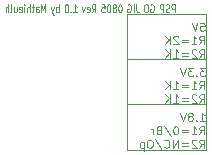
<source format=gbr>
%TF.GenerationSoftware,KiCad,Pcbnew,(7.0.0)*%
%TF.CreationDate,2023-08-25T12:54:02+02:00*%
%TF.ProjectId,PSP GO JIG_0805_Nano,50535020-474f-4204-9a49-475f30383035,rev?*%
%TF.SameCoordinates,Original*%
%TF.FileFunction,Legend,Bot*%
%TF.FilePolarity,Positive*%
%FSLAX46Y46*%
G04 Gerber Fmt 4.6, Leading zero omitted, Abs format (unit mm)*
G04 Created by KiCad (PCBNEW (7.0.0)) date 2023-08-25 12:54:02*
%MOMM*%
%LPD*%
G01*
G04 APERTURE LIST*
%ADD10C,0.125000*%
%ADD11C,0.100000*%
G04 APERTURE END LIST*
D10*
X75666666Y-41409666D02*
X76066666Y-41409666D01*
X75866666Y-41409666D02*
X75866666Y-40709666D01*
X75866666Y-40709666D02*
X75933333Y-40809666D01*
X75933333Y-40809666D02*
X76000000Y-40876333D01*
X76000000Y-40876333D02*
X76066666Y-40909666D01*
X75366666Y-41343000D02*
X75333333Y-41376333D01*
X75333333Y-41376333D02*
X75366666Y-41409666D01*
X75366666Y-41409666D02*
X75399999Y-41376333D01*
X75399999Y-41376333D02*
X75366666Y-41343000D01*
X75366666Y-41343000D02*
X75366666Y-41409666D01*
X74933333Y-41009666D02*
X75000000Y-40976333D01*
X75000000Y-40976333D02*
X75033333Y-40943000D01*
X75033333Y-40943000D02*
X75066666Y-40876333D01*
X75066666Y-40876333D02*
X75066666Y-40843000D01*
X75066666Y-40843000D02*
X75033333Y-40776333D01*
X75033333Y-40776333D02*
X75000000Y-40743000D01*
X75000000Y-40743000D02*
X74933333Y-40709666D01*
X74933333Y-40709666D02*
X74800000Y-40709666D01*
X74800000Y-40709666D02*
X74733333Y-40743000D01*
X74733333Y-40743000D02*
X74700000Y-40776333D01*
X74700000Y-40776333D02*
X74666666Y-40843000D01*
X74666666Y-40843000D02*
X74666666Y-40876333D01*
X74666666Y-40876333D02*
X74700000Y-40943000D01*
X74700000Y-40943000D02*
X74733333Y-40976333D01*
X74733333Y-40976333D02*
X74800000Y-41009666D01*
X74800000Y-41009666D02*
X74933333Y-41009666D01*
X74933333Y-41009666D02*
X75000000Y-41043000D01*
X75000000Y-41043000D02*
X75033333Y-41076333D01*
X75033333Y-41076333D02*
X75066666Y-41143000D01*
X75066666Y-41143000D02*
X75066666Y-41276333D01*
X75066666Y-41276333D02*
X75033333Y-41343000D01*
X75033333Y-41343000D02*
X75000000Y-41376333D01*
X75000000Y-41376333D02*
X74933333Y-41409666D01*
X74933333Y-41409666D02*
X74800000Y-41409666D01*
X74800000Y-41409666D02*
X74733333Y-41376333D01*
X74733333Y-41376333D02*
X74700000Y-41343000D01*
X74700000Y-41343000D02*
X74666666Y-41276333D01*
X74666666Y-41276333D02*
X74666666Y-41143000D01*
X74666666Y-41143000D02*
X74700000Y-41076333D01*
X74700000Y-41076333D02*
X74733333Y-41043000D01*
X74733333Y-41043000D02*
X74800000Y-41009666D01*
X74466666Y-40709666D02*
X74233333Y-41409666D01*
X74233333Y-41409666D02*
X73999999Y-40709666D01*
X75633333Y-42543666D02*
X75866666Y-42210333D01*
X76033333Y-42543666D02*
X76033333Y-41843666D01*
X76033333Y-41843666D02*
X75766666Y-41843666D01*
X75766666Y-41843666D02*
X75700000Y-41877000D01*
X75700000Y-41877000D02*
X75666666Y-41910333D01*
X75666666Y-41910333D02*
X75633333Y-41977000D01*
X75633333Y-41977000D02*
X75633333Y-42077000D01*
X75633333Y-42077000D02*
X75666666Y-42143666D01*
X75666666Y-42143666D02*
X75700000Y-42177000D01*
X75700000Y-42177000D02*
X75766666Y-42210333D01*
X75766666Y-42210333D02*
X76033333Y-42210333D01*
X74966666Y-42543666D02*
X75366666Y-42543666D01*
X75166666Y-42543666D02*
X75166666Y-41843666D01*
X75166666Y-41843666D02*
X75233333Y-41943666D01*
X75233333Y-41943666D02*
X75300000Y-42010333D01*
X75300000Y-42010333D02*
X75366666Y-42043666D01*
X74666666Y-42177000D02*
X74133333Y-42177000D01*
X74133333Y-42377000D02*
X74666666Y-42377000D01*
X73666666Y-41843666D02*
X73599999Y-41843666D01*
X73599999Y-41843666D02*
X73533332Y-41877000D01*
X73533332Y-41877000D02*
X73499999Y-41910333D01*
X73499999Y-41910333D02*
X73466666Y-41977000D01*
X73466666Y-41977000D02*
X73433332Y-42110333D01*
X73433332Y-42110333D02*
X73433332Y-42277000D01*
X73433332Y-42277000D02*
X73466666Y-42410333D01*
X73466666Y-42410333D02*
X73499999Y-42477000D01*
X73499999Y-42477000D02*
X73533332Y-42510333D01*
X73533332Y-42510333D02*
X73599999Y-42543666D01*
X73599999Y-42543666D02*
X73666666Y-42543666D01*
X73666666Y-42543666D02*
X73733332Y-42510333D01*
X73733332Y-42510333D02*
X73766666Y-42477000D01*
X73766666Y-42477000D02*
X73799999Y-42410333D01*
X73799999Y-42410333D02*
X73833332Y-42277000D01*
X73833332Y-42277000D02*
X73833332Y-42110333D01*
X73833332Y-42110333D02*
X73799999Y-41977000D01*
X73799999Y-41977000D02*
X73766666Y-41910333D01*
X73766666Y-41910333D02*
X73733332Y-41877000D01*
X73733332Y-41877000D02*
X73666666Y-41843666D01*
X72633332Y-41810333D02*
X73233332Y-42710333D01*
X72166666Y-42177000D02*
X72066666Y-42210333D01*
X72066666Y-42210333D02*
X72033332Y-42243666D01*
X72033332Y-42243666D02*
X71999999Y-42310333D01*
X71999999Y-42310333D02*
X71999999Y-42410333D01*
X71999999Y-42410333D02*
X72033332Y-42477000D01*
X72033332Y-42477000D02*
X72066666Y-42510333D01*
X72066666Y-42510333D02*
X72133332Y-42543666D01*
X72133332Y-42543666D02*
X72399999Y-42543666D01*
X72399999Y-42543666D02*
X72399999Y-41843666D01*
X72399999Y-41843666D02*
X72166666Y-41843666D01*
X72166666Y-41843666D02*
X72099999Y-41877000D01*
X72099999Y-41877000D02*
X72066666Y-41910333D01*
X72066666Y-41910333D02*
X72033332Y-41977000D01*
X72033332Y-41977000D02*
X72033332Y-42043666D01*
X72033332Y-42043666D02*
X72066666Y-42110333D01*
X72066666Y-42110333D02*
X72099999Y-42143666D01*
X72099999Y-42143666D02*
X72166666Y-42177000D01*
X72166666Y-42177000D02*
X72399999Y-42177000D01*
X71699999Y-42543666D02*
X71699999Y-42077000D01*
X71699999Y-42210333D02*
X71666666Y-42143666D01*
X71666666Y-42143666D02*
X71633332Y-42110333D01*
X71633332Y-42110333D02*
X71566666Y-42077000D01*
X71566666Y-42077000D02*
X71499999Y-42077000D01*
X75633333Y-43677666D02*
X75866666Y-43344333D01*
X76033333Y-43677666D02*
X76033333Y-42977666D01*
X76033333Y-42977666D02*
X75766666Y-42977666D01*
X75766666Y-42977666D02*
X75700000Y-43011000D01*
X75700000Y-43011000D02*
X75666666Y-43044333D01*
X75666666Y-43044333D02*
X75633333Y-43111000D01*
X75633333Y-43111000D02*
X75633333Y-43211000D01*
X75633333Y-43211000D02*
X75666666Y-43277666D01*
X75666666Y-43277666D02*
X75700000Y-43311000D01*
X75700000Y-43311000D02*
X75766666Y-43344333D01*
X75766666Y-43344333D02*
X76033333Y-43344333D01*
X75366666Y-43044333D02*
X75333333Y-43011000D01*
X75333333Y-43011000D02*
X75266666Y-42977666D01*
X75266666Y-42977666D02*
X75100000Y-42977666D01*
X75100000Y-42977666D02*
X75033333Y-43011000D01*
X75033333Y-43011000D02*
X75000000Y-43044333D01*
X75000000Y-43044333D02*
X74966666Y-43111000D01*
X74966666Y-43111000D02*
X74966666Y-43177666D01*
X74966666Y-43177666D02*
X75000000Y-43277666D01*
X75000000Y-43277666D02*
X75400000Y-43677666D01*
X75400000Y-43677666D02*
X74966666Y-43677666D01*
X74666666Y-43311000D02*
X74133333Y-43311000D01*
X74133333Y-43511000D02*
X74666666Y-43511000D01*
X73799999Y-43677666D02*
X73799999Y-42977666D01*
X73799999Y-42977666D02*
X73399999Y-43677666D01*
X73399999Y-43677666D02*
X73399999Y-42977666D01*
X72666666Y-43611000D02*
X72699999Y-43644333D01*
X72699999Y-43644333D02*
X72799999Y-43677666D01*
X72799999Y-43677666D02*
X72866666Y-43677666D01*
X72866666Y-43677666D02*
X72966666Y-43644333D01*
X72966666Y-43644333D02*
X73033333Y-43577666D01*
X73033333Y-43577666D02*
X73066666Y-43511000D01*
X73066666Y-43511000D02*
X73099999Y-43377666D01*
X73099999Y-43377666D02*
X73099999Y-43277666D01*
X73099999Y-43277666D02*
X73066666Y-43144333D01*
X73066666Y-43144333D02*
X73033333Y-43077666D01*
X73033333Y-43077666D02*
X72966666Y-43011000D01*
X72966666Y-43011000D02*
X72866666Y-42977666D01*
X72866666Y-42977666D02*
X72799999Y-42977666D01*
X72799999Y-42977666D02*
X72699999Y-43011000D01*
X72699999Y-43011000D02*
X72666666Y-43044333D01*
X71866666Y-42944333D02*
X72466666Y-43844333D01*
X71500000Y-42977666D02*
X71366666Y-42977666D01*
X71366666Y-42977666D02*
X71300000Y-43011000D01*
X71300000Y-43011000D02*
X71233333Y-43077666D01*
X71233333Y-43077666D02*
X71200000Y-43211000D01*
X71200000Y-43211000D02*
X71200000Y-43444333D01*
X71200000Y-43444333D02*
X71233333Y-43577666D01*
X71233333Y-43577666D02*
X71300000Y-43644333D01*
X71300000Y-43644333D02*
X71366666Y-43677666D01*
X71366666Y-43677666D02*
X71500000Y-43677666D01*
X71500000Y-43677666D02*
X71566666Y-43644333D01*
X71566666Y-43644333D02*
X71633333Y-43577666D01*
X71633333Y-43577666D02*
X71666666Y-43444333D01*
X71666666Y-43444333D02*
X71666666Y-43211000D01*
X71666666Y-43211000D02*
X71633333Y-43077666D01*
X71633333Y-43077666D02*
X71566666Y-43011000D01*
X71566666Y-43011000D02*
X71500000Y-42977666D01*
X70900000Y-43211000D02*
X70900000Y-43911000D01*
X70900000Y-43244333D02*
X70833333Y-43211000D01*
X70833333Y-43211000D02*
X70700000Y-43211000D01*
X70700000Y-43211000D02*
X70633333Y-43244333D01*
X70633333Y-43244333D02*
X70600000Y-43277666D01*
X70600000Y-43277666D02*
X70566667Y-43344333D01*
X70566667Y-43344333D02*
X70566667Y-43544333D01*
X70566667Y-43544333D02*
X70600000Y-43611000D01*
X70600000Y-43611000D02*
X70633333Y-43644333D01*
X70633333Y-43644333D02*
X70700000Y-43677666D01*
X70700000Y-43677666D02*
X70833333Y-43677666D01*
X70833333Y-43677666D02*
X70900000Y-43644333D01*
X76100000Y-36889666D02*
X75666666Y-36889666D01*
X75666666Y-36889666D02*
X75900000Y-37156333D01*
X75900000Y-37156333D02*
X75800000Y-37156333D01*
X75800000Y-37156333D02*
X75733333Y-37189666D01*
X75733333Y-37189666D02*
X75700000Y-37223000D01*
X75700000Y-37223000D02*
X75666666Y-37289666D01*
X75666666Y-37289666D02*
X75666666Y-37456333D01*
X75666666Y-37456333D02*
X75700000Y-37523000D01*
X75700000Y-37523000D02*
X75733333Y-37556333D01*
X75733333Y-37556333D02*
X75800000Y-37589666D01*
X75800000Y-37589666D02*
X76000000Y-37589666D01*
X76000000Y-37589666D02*
X76066666Y-37556333D01*
X76066666Y-37556333D02*
X76100000Y-37523000D01*
X75366666Y-37523000D02*
X75333333Y-37556333D01*
X75333333Y-37556333D02*
X75366666Y-37589666D01*
X75366666Y-37589666D02*
X75399999Y-37556333D01*
X75399999Y-37556333D02*
X75366666Y-37523000D01*
X75366666Y-37523000D02*
X75366666Y-37589666D01*
X75100000Y-36889666D02*
X74666666Y-36889666D01*
X74666666Y-36889666D02*
X74900000Y-37156333D01*
X74900000Y-37156333D02*
X74800000Y-37156333D01*
X74800000Y-37156333D02*
X74733333Y-37189666D01*
X74733333Y-37189666D02*
X74700000Y-37223000D01*
X74700000Y-37223000D02*
X74666666Y-37289666D01*
X74666666Y-37289666D02*
X74666666Y-37456333D01*
X74666666Y-37456333D02*
X74700000Y-37523000D01*
X74700000Y-37523000D02*
X74733333Y-37556333D01*
X74733333Y-37556333D02*
X74800000Y-37589666D01*
X74800000Y-37589666D02*
X75000000Y-37589666D01*
X75000000Y-37589666D02*
X75066666Y-37556333D01*
X75066666Y-37556333D02*
X75100000Y-37523000D01*
X74466666Y-36889666D02*
X74233333Y-37589666D01*
X74233333Y-37589666D02*
X73999999Y-36889666D01*
X75633333Y-38723666D02*
X75866666Y-38390333D01*
X76033333Y-38723666D02*
X76033333Y-38023666D01*
X76033333Y-38023666D02*
X75766666Y-38023666D01*
X75766666Y-38023666D02*
X75700000Y-38057000D01*
X75700000Y-38057000D02*
X75666666Y-38090333D01*
X75666666Y-38090333D02*
X75633333Y-38157000D01*
X75633333Y-38157000D02*
X75633333Y-38257000D01*
X75633333Y-38257000D02*
X75666666Y-38323666D01*
X75666666Y-38323666D02*
X75700000Y-38357000D01*
X75700000Y-38357000D02*
X75766666Y-38390333D01*
X75766666Y-38390333D02*
X76033333Y-38390333D01*
X74966666Y-38723666D02*
X75366666Y-38723666D01*
X75166666Y-38723666D02*
X75166666Y-38023666D01*
X75166666Y-38023666D02*
X75233333Y-38123666D01*
X75233333Y-38123666D02*
X75300000Y-38190333D01*
X75300000Y-38190333D02*
X75366666Y-38223666D01*
X74666666Y-38357000D02*
X74133333Y-38357000D01*
X74133333Y-38557000D02*
X74666666Y-38557000D01*
X73433332Y-38723666D02*
X73833332Y-38723666D01*
X73633332Y-38723666D02*
X73633332Y-38023666D01*
X73633332Y-38023666D02*
X73699999Y-38123666D01*
X73699999Y-38123666D02*
X73766666Y-38190333D01*
X73766666Y-38190333D02*
X73833332Y-38223666D01*
X73133332Y-38723666D02*
X73133332Y-38023666D01*
X72733332Y-38723666D02*
X73033332Y-38323666D01*
X72733332Y-38023666D02*
X73133332Y-38423666D01*
X75633333Y-39857666D02*
X75866666Y-39524333D01*
X76033333Y-39857666D02*
X76033333Y-39157666D01*
X76033333Y-39157666D02*
X75766666Y-39157666D01*
X75766666Y-39157666D02*
X75700000Y-39191000D01*
X75700000Y-39191000D02*
X75666666Y-39224333D01*
X75666666Y-39224333D02*
X75633333Y-39291000D01*
X75633333Y-39291000D02*
X75633333Y-39391000D01*
X75633333Y-39391000D02*
X75666666Y-39457666D01*
X75666666Y-39457666D02*
X75700000Y-39491000D01*
X75700000Y-39491000D02*
X75766666Y-39524333D01*
X75766666Y-39524333D02*
X76033333Y-39524333D01*
X75366666Y-39224333D02*
X75333333Y-39191000D01*
X75333333Y-39191000D02*
X75266666Y-39157666D01*
X75266666Y-39157666D02*
X75100000Y-39157666D01*
X75100000Y-39157666D02*
X75033333Y-39191000D01*
X75033333Y-39191000D02*
X75000000Y-39224333D01*
X75000000Y-39224333D02*
X74966666Y-39291000D01*
X74966666Y-39291000D02*
X74966666Y-39357666D01*
X74966666Y-39357666D02*
X75000000Y-39457666D01*
X75000000Y-39457666D02*
X75400000Y-39857666D01*
X75400000Y-39857666D02*
X74966666Y-39857666D01*
X74666666Y-39491000D02*
X74133333Y-39491000D01*
X74133333Y-39691000D02*
X74666666Y-39691000D01*
X73433332Y-39857666D02*
X73833332Y-39857666D01*
X73633332Y-39857666D02*
X73633332Y-39157666D01*
X73633332Y-39157666D02*
X73699999Y-39257666D01*
X73699999Y-39257666D02*
X73766666Y-39324333D01*
X73766666Y-39324333D02*
X73833332Y-39357666D01*
X73133332Y-39857666D02*
X73133332Y-39157666D01*
X72733332Y-39857666D02*
X73033332Y-39457666D01*
X72733332Y-39157666D02*
X73133332Y-39557666D01*
D11*
X69460000Y-40010000D02*
X76200000Y-40010000D01*
X76200000Y-40010000D02*
X76200000Y-43830000D01*
X76200000Y-43830000D02*
X69460000Y-43830000D01*
X69460000Y-43830000D02*
X69460000Y-40010000D01*
X69460000Y-36190000D02*
X76200000Y-36190000D01*
X76200000Y-36190000D02*
X76200000Y-40010000D01*
X76200000Y-40010000D02*
X69460000Y-40010000D01*
X69460000Y-40010000D02*
X69460000Y-36190000D01*
X69460000Y-32370000D02*
X76200000Y-32370000D01*
X76200000Y-32370000D02*
X76200000Y-36190000D01*
X76200000Y-36190000D02*
X69460000Y-36190000D01*
X69460000Y-36190000D02*
X69460000Y-32370000D01*
D10*
X75700000Y-33069666D02*
X76033333Y-33069666D01*
X76033333Y-33069666D02*
X76066666Y-33403000D01*
X76066666Y-33403000D02*
X76033333Y-33369666D01*
X76033333Y-33369666D02*
X75966666Y-33336333D01*
X75966666Y-33336333D02*
X75800000Y-33336333D01*
X75800000Y-33336333D02*
X75733333Y-33369666D01*
X75733333Y-33369666D02*
X75700000Y-33403000D01*
X75700000Y-33403000D02*
X75666666Y-33469666D01*
X75666666Y-33469666D02*
X75666666Y-33636333D01*
X75666666Y-33636333D02*
X75700000Y-33703000D01*
X75700000Y-33703000D02*
X75733333Y-33736333D01*
X75733333Y-33736333D02*
X75800000Y-33769666D01*
X75800000Y-33769666D02*
X75966666Y-33769666D01*
X75966666Y-33769666D02*
X76033333Y-33736333D01*
X76033333Y-33736333D02*
X76066666Y-33703000D01*
X75466666Y-33069666D02*
X75233333Y-33769666D01*
X75233333Y-33769666D02*
X74999999Y-33069666D01*
X75633333Y-34903666D02*
X75866666Y-34570333D01*
X76033333Y-34903666D02*
X76033333Y-34203666D01*
X76033333Y-34203666D02*
X75766666Y-34203666D01*
X75766666Y-34203666D02*
X75700000Y-34237000D01*
X75700000Y-34237000D02*
X75666666Y-34270333D01*
X75666666Y-34270333D02*
X75633333Y-34337000D01*
X75633333Y-34337000D02*
X75633333Y-34437000D01*
X75633333Y-34437000D02*
X75666666Y-34503666D01*
X75666666Y-34503666D02*
X75700000Y-34537000D01*
X75700000Y-34537000D02*
X75766666Y-34570333D01*
X75766666Y-34570333D02*
X76033333Y-34570333D01*
X74966666Y-34903666D02*
X75366666Y-34903666D01*
X75166666Y-34903666D02*
X75166666Y-34203666D01*
X75166666Y-34203666D02*
X75233333Y-34303666D01*
X75233333Y-34303666D02*
X75300000Y-34370333D01*
X75300000Y-34370333D02*
X75366666Y-34403666D01*
X74666666Y-34537000D02*
X74133333Y-34537000D01*
X74133333Y-34737000D02*
X74666666Y-34737000D01*
X73833332Y-34270333D02*
X73799999Y-34237000D01*
X73799999Y-34237000D02*
X73733332Y-34203666D01*
X73733332Y-34203666D02*
X73566666Y-34203666D01*
X73566666Y-34203666D02*
X73499999Y-34237000D01*
X73499999Y-34237000D02*
X73466666Y-34270333D01*
X73466666Y-34270333D02*
X73433332Y-34337000D01*
X73433332Y-34337000D02*
X73433332Y-34403666D01*
X73433332Y-34403666D02*
X73466666Y-34503666D01*
X73466666Y-34503666D02*
X73866666Y-34903666D01*
X73866666Y-34903666D02*
X73433332Y-34903666D01*
X73133332Y-34903666D02*
X73133332Y-34203666D01*
X72733332Y-34903666D02*
X73033332Y-34503666D01*
X72733332Y-34203666D02*
X73133332Y-34603666D01*
X75633333Y-36037666D02*
X75866666Y-35704333D01*
X76033333Y-36037666D02*
X76033333Y-35337666D01*
X76033333Y-35337666D02*
X75766666Y-35337666D01*
X75766666Y-35337666D02*
X75700000Y-35371000D01*
X75700000Y-35371000D02*
X75666666Y-35404333D01*
X75666666Y-35404333D02*
X75633333Y-35471000D01*
X75633333Y-35471000D02*
X75633333Y-35571000D01*
X75633333Y-35571000D02*
X75666666Y-35637666D01*
X75666666Y-35637666D02*
X75700000Y-35671000D01*
X75700000Y-35671000D02*
X75766666Y-35704333D01*
X75766666Y-35704333D02*
X76033333Y-35704333D01*
X75366666Y-35404333D02*
X75333333Y-35371000D01*
X75333333Y-35371000D02*
X75266666Y-35337666D01*
X75266666Y-35337666D02*
X75100000Y-35337666D01*
X75100000Y-35337666D02*
X75033333Y-35371000D01*
X75033333Y-35371000D02*
X75000000Y-35404333D01*
X75000000Y-35404333D02*
X74966666Y-35471000D01*
X74966666Y-35471000D02*
X74966666Y-35537666D01*
X74966666Y-35537666D02*
X75000000Y-35637666D01*
X75000000Y-35637666D02*
X75400000Y-36037666D01*
X75400000Y-36037666D02*
X74966666Y-36037666D01*
X74666666Y-35671000D02*
X74133333Y-35671000D01*
X74133333Y-35871000D02*
X74666666Y-35871000D01*
X73433332Y-36037666D02*
X73833332Y-36037666D01*
X73633332Y-36037666D02*
X73633332Y-35337666D01*
X73633332Y-35337666D02*
X73699999Y-35437666D01*
X73699999Y-35437666D02*
X73766666Y-35504333D01*
X73766666Y-35504333D02*
X73833332Y-35537666D01*
X73133332Y-36037666D02*
X73133332Y-35337666D01*
X72733332Y-36037666D02*
X73033332Y-35637666D01*
X72733332Y-35337666D02*
X73133332Y-35737666D01*
D11*
X73540952Y-32217666D02*
X73540952Y-31517666D01*
X73540952Y-31517666D02*
X73350476Y-31517666D01*
X73350476Y-31517666D02*
X73302857Y-31551000D01*
X73302857Y-31551000D02*
X73279047Y-31584333D01*
X73279047Y-31584333D02*
X73255238Y-31651000D01*
X73255238Y-31651000D02*
X73255238Y-31751000D01*
X73255238Y-31751000D02*
X73279047Y-31817666D01*
X73279047Y-31817666D02*
X73302857Y-31851000D01*
X73302857Y-31851000D02*
X73350476Y-31884333D01*
X73350476Y-31884333D02*
X73540952Y-31884333D01*
X73064761Y-32184333D02*
X72993333Y-32217666D01*
X72993333Y-32217666D02*
X72874285Y-32217666D01*
X72874285Y-32217666D02*
X72826666Y-32184333D01*
X72826666Y-32184333D02*
X72802857Y-32151000D01*
X72802857Y-32151000D02*
X72779047Y-32084333D01*
X72779047Y-32084333D02*
X72779047Y-32017666D01*
X72779047Y-32017666D02*
X72802857Y-31951000D01*
X72802857Y-31951000D02*
X72826666Y-31917666D01*
X72826666Y-31917666D02*
X72874285Y-31884333D01*
X72874285Y-31884333D02*
X72969523Y-31851000D01*
X72969523Y-31851000D02*
X73017142Y-31817666D01*
X73017142Y-31817666D02*
X73040952Y-31784333D01*
X73040952Y-31784333D02*
X73064761Y-31717666D01*
X73064761Y-31717666D02*
X73064761Y-31651000D01*
X73064761Y-31651000D02*
X73040952Y-31584333D01*
X73040952Y-31584333D02*
X73017142Y-31551000D01*
X73017142Y-31551000D02*
X72969523Y-31517666D01*
X72969523Y-31517666D02*
X72850476Y-31517666D01*
X72850476Y-31517666D02*
X72779047Y-31551000D01*
X72564762Y-32217666D02*
X72564762Y-31517666D01*
X72564762Y-31517666D02*
X72374286Y-31517666D01*
X72374286Y-31517666D02*
X72326667Y-31551000D01*
X72326667Y-31551000D02*
X72302857Y-31584333D01*
X72302857Y-31584333D02*
X72279048Y-31651000D01*
X72279048Y-31651000D02*
X72279048Y-31751000D01*
X72279048Y-31751000D02*
X72302857Y-31817666D01*
X72302857Y-31817666D02*
X72326667Y-31851000D01*
X72326667Y-31851000D02*
X72374286Y-31884333D01*
X72374286Y-31884333D02*
X72564762Y-31884333D01*
X71502857Y-31551000D02*
X71550476Y-31517666D01*
X71550476Y-31517666D02*
X71621905Y-31517666D01*
X71621905Y-31517666D02*
X71693333Y-31551000D01*
X71693333Y-31551000D02*
X71740952Y-31617666D01*
X71740952Y-31617666D02*
X71764762Y-31684333D01*
X71764762Y-31684333D02*
X71788571Y-31817666D01*
X71788571Y-31817666D02*
X71788571Y-31917666D01*
X71788571Y-31917666D02*
X71764762Y-32051000D01*
X71764762Y-32051000D02*
X71740952Y-32117666D01*
X71740952Y-32117666D02*
X71693333Y-32184333D01*
X71693333Y-32184333D02*
X71621905Y-32217666D01*
X71621905Y-32217666D02*
X71574286Y-32217666D01*
X71574286Y-32217666D02*
X71502857Y-32184333D01*
X71502857Y-32184333D02*
X71479048Y-32151000D01*
X71479048Y-32151000D02*
X71479048Y-31917666D01*
X71479048Y-31917666D02*
X71574286Y-31917666D01*
X71169524Y-31517666D02*
X71074286Y-31517666D01*
X71074286Y-31517666D02*
X71026667Y-31551000D01*
X71026667Y-31551000D02*
X70979048Y-31617666D01*
X70979048Y-31617666D02*
X70955238Y-31751000D01*
X70955238Y-31751000D02*
X70955238Y-31984333D01*
X70955238Y-31984333D02*
X70979048Y-32117666D01*
X70979048Y-32117666D02*
X71026667Y-32184333D01*
X71026667Y-32184333D02*
X71074286Y-32217666D01*
X71074286Y-32217666D02*
X71169524Y-32217666D01*
X71169524Y-32217666D02*
X71217143Y-32184333D01*
X71217143Y-32184333D02*
X71264762Y-32117666D01*
X71264762Y-32117666D02*
X71288571Y-31984333D01*
X71288571Y-31984333D02*
X71288571Y-31751000D01*
X71288571Y-31751000D02*
X71264762Y-31617666D01*
X71264762Y-31617666D02*
X71217143Y-31551000D01*
X71217143Y-31551000D02*
X71169524Y-31517666D01*
X70298095Y-31517666D02*
X70298095Y-32017666D01*
X70298095Y-32017666D02*
X70321904Y-32117666D01*
X70321904Y-32117666D02*
X70369523Y-32184333D01*
X70369523Y-32184333D02*
X70440952Y-32217666D01*
X70440952Y-32217666D02*
X70488571Y-32217666D01*
X70060000Y-32217666D02*
X70060000Y-31517666D01*
X69560000Y-31551000D02*
X69607619Y-31517666D01*
X69607619Y-31517666D02*
X69679048Y-31517666D01*
X69679048Y-31517666D02*
X69750476Y-31551000D01*
X69750476Y-31551000D02*
X69798095Y-31617666D01*
X69798095Y-31617666D02*
X69821905Y-31684333D01*
X69821905Y-31684333D02*
X69845714Y-31817666D01*
X69845714Y-31817666D02*
X69845714Y-31917666D01*
X69845714Y-31917666D02*
X69821905Y-32051000D01*
X69821905Y-32051000D02*
X69798095Y-32117666D01*
X69798095Y-32117666D02*
X69750476Y-32184333D01*
X69750476Y-32184333D02*
X69679048Y-32217666D01*
X69679048Y-32217666D02*
X69631429Y-32217666D01*
X69631429Y-32217666D02*
X69560000Y-32184333D01*
X69560000Y-32184333D02*
X69536191Y-32151000D01*
X69536191Y-32151000D02*
X69536191Y-31917666D01*
X69536191Y-31917666D02*
X69631429Y-31917666D01*
X68926667Y-31517666D02*
X68879048Y-31517666D01*
X68879048Y-31517666D02*
X68831429Y-31551000D01*
X68831429Y-31551000D02*
X68807619Y-31584333D01*
X68807619Y-31584333D02*
X68783810Y-31651000D01*
X68783810Y-31651000D02*
X68760000Y-31784333D01*
X68760000Y-31784333D02*
X68760000Y-31951000D01*
X68760000Y-31951000D02*
X68783810Y-32084333D01*
X68783810Y-32084333D02*
X68807619Y-32151000D01*
X68807619Y-32151000D02*
X68831429Y-32184333D01*
X68831429Y-32184333D02*
X68879048Y-32217666D01*
X68879048Y-32217666D02*
X68926667Y-32217666D01*
X68926667Y-32217666D02*
X68974286Y-32184333D01*
X68974286Y-32184333D02*
X68998095Y-32151000D01*
X68998095Y-32151000D02*
X69021905Y-32084333D01*
X69021905Y-32084333D02*
X69045714Y-31951000D01*
X69045714Y-31951000D02*
X69045714Y-31784333D01*
X69045714Y-31784333D02*
X69021905Y-31651000D01*
X69021905Y-31651000D02*
X68998095Y-31584333D01*
X68998095Y-31584333D02*
X68974286Y-31551000D01*
X68974286Y-31551000D02*
X68926667Y-31517666D01*
X68474286Y-31817666D02*
X68521905Y-31784333D01*
X68521905Y-31784333D02*
X68545715Y-31751000D01*
X68545715Y-31751000D02*
X68569524Y-31684333D01*
X68569524Y-31684333D02*
X68569524Y-31651000D01*
X68569524Y-31651000D02*
X68545715Y-31584333D01*
X68545715Y-31584333D02*
X68521905Y-31551000D01*
X68521905Y-31551000D02*
X68474286Y-31517666D01*
X68474286Y-31517666D02*
X68379048Y-31517666D01*
X68379048Y-31517666D02*
X68331429Y-31551000D01*
X68331429Y-31551000D02*
X68307620Y-31584333D01*
X68307620Y-31584333D02*
X68283810Y-31651000D01*
X68283810Y-31651000D02*
X68283810Y-31684333D01*
X68283810Y-31684333D02*
X68307620Y-31751000D01*
X68307620Y-31751000D02*
X68331429Y-31784333D01*
X68331429Y-31784333D02*
X68379048Y-31817666D01*
X68379048Y-31817666D02*
X68474286Y-31817666D01*
X68474286Y-31817666D02*
X68521905Y-31851000D01*
X68521905Y-31851000D02*
X68545715Y-31884333D01*
X68545715Y-31884333D02*
X68569524Y-31951000D01*
X68569524Y-31951000D02*
X68569524Y-32084333D01*
X68569524Y-32084333D02*
X68545715Y-32151000D01*
X68545715Y-32151000D02*
X68521905Y-32184333D01*
X68521905Y-32184333D02*
X68474286Y-32217666D01*
X68474286Y-32217666D02*
X68379048Y-32217666D01*
X68379048Y-32217666D02*
X68331429Y-32184333D01*
X68331429Y-32184333D02*
X68307620Y-32151000D01*
X68307620Y-32151000D02*
X68283810Y-32084333D01*
X68283810Y-32084333D02*
X68283810Y-31951000D01*
X68283810Y-31951000D02*
X68307620Y-31884333D01*
X68307620Y-31884333D02*
X68331429Y-31851000D01*
X68331429Y-31851000D02*
X68379048Y-31817666D01*
X67974287Y-31517666D02*
X67926668Y-31517666D01*
X67926668Y-31517666D02*
X67879049Y-31551000D01*
X67879049Y-31551000D02*
X67855239Y-31584333D01*
X67855239Y-31584333D02*
X67831430Y-31651000D01*
X67831430Y-31651000D02*
X67807620Y-31784333D01*
X67807620Y-31784333D02*
X67807620Y-31951000D01*
X67807620Y-31951000D02*
X67831430Y-32084333D01*
X67831430Y-32084333D02*
X67855239Y-32151000D01*
X67855239Y-32151000D02*
X67879049Y-32184333D01*
X67879049Y-32184333D02*
X67926668Y-32217666D01*
X67926668Y-32217666D02*
X67974287Y-32217666D01*
X67974287Y-32217666D02*
X68021906Y-32184333D01*
X68021906Y-32184333D02*
X68045715Y-32151000D01*
X68045715Y-32151000D02*
X68069525Y-32084333D01*
X68069525Y-32084333D02*
X68093334Y-31951000D01*
X68093334Y-31951000D02*
X68093334Y-31784333D01*
X68093334Y-31784333D02*
X68069525Y-31651000D01*
X68069525Y-31651000D02*
X68045715Y-31584333D01*
X68045715Y-31584333D02*
X68021906Y-31551000D01*
X68021906Y-31551000D02*
X67974287Y-31517666D01*
X67355240Y-31517666D02*
X67593335Y-31517666D01*
X67593335Y-31517666D02*
X67617144Y-31851000D01*
X67617144Y-31851000D02*
X67593335Y-31817666D01*
X67593335Y-31817666D02*
X67545716Y-31784333D01*
X67545716Y-31784333D02*
X67426668Y-31784333D01*
X67426668Y-31784333D02*
X67379049Y-31817666D01*
X67379049Y-31817666D02*
X67355240Y-31851000D01*
X67355240Y-31851000D02*
X67331430Y-31917666D01*
X67331430Y-31917666D02*
X67331430Y-32084333D01*
X67331430Y-32084333D02*
X67355240Y-32151000D01*
X67355240Y-32151000D02*
X67379049Y-32184333D01*
X67379049Y-32184333D02*
X67426668Y-32217666D01*
X67426668Y-32217666D02*
X67545716Y-32217666D01*
X67545716Y-32217666D02*
X67593335Y-32184333D01*
X67593335Y-32184333D02*
X67617144Y-32151000D01*
X66531431Y-32217666D02*
X66698097Y-31884333D01*
X66817145Y-32217666D02*
X66817145Y-31517666D01*
X66817145Y-31517666D02*
X66626669Y-31517666D01*
X66626669Y-31517666D02*
X66579050Y-31551000D01*
X66579050Y-31551000D02*
X66555240Y-31584333D01*
X66555240Y-31584333D02*
X66531431Y-31651000D01*
X66531431Y-31651000D02*
X66531431Y-31751000D01*
X66531431Y-31751000D02*
X66555240Y-31817666D01*
X66555240Y-31817666D02*
X66579050Y-31851000D01*
X66579050Y-31851000D02*
X66626669Y-31884333D01*
X66626669Y-31884333D02*
X66817145Y-31884333D01*
X66126669Y-32184333D02*
X66174288Y-32217666D01*
X66174288Y-32217666D02*
X66269526Y-32217666D01*
X66269526Y-32217666D02*
X66317145Y-32184333D01*
X66317145Y-32184333D02*
X66340954Y-32117666D01*
X66340954Y-32117666D02*
X66340954Y-31851000D01*
X66340954Y-31851000D02*
X66317145Y-31784333D01*
X66317145Y-31784333D02*
X66269526Y-31751000D01*
X66269526Y-31751000D02*
X66174288Y-31751000D01*
X66174288Y-31751000D02*
X66126669Y-31784333D01*
X66126669Y-31784333D02*
X66102859Y-31851000D01*
X66102859Y-31851000D02*
X66102859Y-31917666D01*
X66102859Y-31917666D02*
X66340954Y-31984333D01*
X65936193Y-31751000D02*
X65817145Y-32217666D01*
X65817145Y-32217666D02*
X65698098Y-31751000D01*
X64945717Y-32217666D02*
X65231431Y-32217666D01*
X65088574Y-32217666D02*
X65088574Y-31517666D01*
X65088574Y-31517666D02*
X65136193Y-31617666D01*
X65136193Y-31617666D02*
X65183812Y-31684333D01*
X65183812Y-31684333D02*
X65231431Y-31717666D01*
X64731432Y-32151000D02*
X64707622Y-32184333D01*
X64707622Y-32184333D02*
X64731432Y-32217666D01*
X64731432Y-32217666D02*
X64755241Y-32184333D01*
X64755241Y-32184333D02*
X64731432Y-32151000D01*
X64731432Y-32151000D02*
X64731432Y-32217666D01*
X64398099Y-31517666D02*
X64350480Y-31517666D01*
X64350480Y-31517666D02*
X64302861Y-31551000D01*
X64302861Y-31551000D02*
X64279051Y-31584333D01*
X64279051Y-31584333D02*
X64255242Y-31651000D01*
X64255242Y-31651000D02*
X64231432Y-31784333D01*
X64231432Y-31784333D02*
X64231432Y-31951000D01*
X64231432Y-31951000D02*
X64255242Y-32084333D01*
X64255242Y-32084333D02*
X64279051Y-32151000D01*
X64279051Y-32151000D02*
X64302861Y-32184333D01*
X64302861Y-32184333D02*
X64350480Y-32217666D01*
X64350480Y-32217666D02*
X64398099Y-32217666D01*
X64398099Y-32217666D02*
X64445718Y-32184333D01*
X64445718Y-32184333D02*
X64469527Y-32151000D01*
X64469527Y-32151000D02*
X64493337Y-32084333D01*
X64493337Y-32084333D02*
X64517146Y-31951000D01*
X64517146Y-31951000D02*
X64517146Y-31784333D01*
X64517146Y-31784333D02*
X64493337Y-31651000D01*
X64493337Y-31651000D02*
X64469527Y-31584333D01*
X64469527Y-31584333D02*
X64445718Y-31551000D01*
X64445718Y-31551000D02*
X64398099Y-31517666D01*
X63717147Y-32217666D02*
X63717147Y-31517666D01*
X63717147Y-31784333D02*
X63669528Y-31751000D01*
X63669528Y-31751000D02*
X63574290Y-31751000D01*
X63574290Y-31751000D02*
X63526671Y-31784333D01*
X63526671Y-31784333D02*
X63502861Y-31817666D01*
X63502861Y-31817666D02*
X63479052Y-31884333D01*
X63479052Y-31884333D02*
X63479052Y-32084333D01*
X63479052Y-32084333D02*
X63502861Y-32151000D01*
X63502861Y-32151000D02*
X63526671Y-32184333D01*
X63526671Y-32184333D02*
X63574290Y-32217666D01*
X63574290Y-32217666D02*
X63669528Y-32217666D01*
X63669528Y-32217666D02*
X63717147Y-32184333D01*
X63312385Y-31751000D02*
X63193337Y-32217666D01*
X63074290Y-31751000D02*
X63193337Y-32217666D01*
X63193337Y-32217666D02*
X63240956Y-32384333D01*
X63240956Y-32384333D02*
X63264766Y-32417666D01*
X63264766Y-32417666D02*
X63312385Y-32451000D01*
X62583814Y-32217666D02*
X62583814Y-31517666D01*
X62583814Y-31517666D02*
X62417147Y-32017666D01*
X62417147Y-32017666D02*
X62250481Y-31517666D01*
X62250481Y-31517666D02*
X62250481Y-32217666D01*
X61798099Y-32217666D02*
X61798099Y-31851000D01*
X61798099Y-31851000D02*
X61821909Y-31784333D01*
X61821909Y-31784333D02*
X61869528Y-31751000D01*
X61869528Y-31751000D02*
X61964766Y-31751000D01*
X61964766Y-31751000D02*
X62012385Y-31784333D01*
X61798099Y-32184333D02*
X61845718Y-32217666D01*
X61845718Y-32217666D02*
X61964766Y-32217666D01*
X61964766Y-32217666D02*
X62012385Y-32184333D01*
X62012385Y-32184333D02*
X62036194Y-32117666D01*
X62036194Y-32117666D02*
X62036194Y-32051000D01*
X62036194Y-32051000D02*
X62012385Y-31984333D01*
X62012385Y-31984333D02*
X61964766Y-31951000D01*
X61964766Y-31951000D02*
X61845718Y-31951000D01*
X61845718Y-31951000D02*
X61798099Y-31917666D01*
X61631432Y-31751000D02*
X61440956Y-31751000D01*
X61560004Y-31517666D02*
X61560004Y-32117666D01*
X61560004Y-32117666D02*
X61536194Y-32184333D01*
X61536194Y-32184333D02*
X61488575Y-32217666D01*
X61488575Y-32217666D02*
X61440956Y-32217666D01*
X61274290Y-32217666D02*
X61274290Y-31517666D01*
X61060004Y-32217666D02*
X61060004Y-31851000D01*
X61060004Y-31851000D02*
X61083814Y-31784333D01*
X61083814Y-31784333D02*
X61131433Y-31751000D01*
X61131433Y-31751000D02*
X61202861Y-31751000D01*
X61202861Y-31751000D02*
X61250480Y-31784333D01*
X61250480Y-31784333D02*
X61274290Y-31817666D01*
X60821909Y-32217666D02*
X60821909Y-31751000D01*
X60821909Y-31517666D02*
X60845718Y-31551000D01*
X60845718Y-31551000D02*
X60821909Y-31584333D01*
X60821909Y-31584333D02*
X60798099Y-31551000D01*
X60798099Y-31551000D02*
X60821909Y-31517666D01*
X60821909Y-31517666D02*
X60821909Y-31584333D01*
X60393338Y-32184333D02*
X60440957Y-32217666D01*
X60440957Y-32217666D02*
X60536195Y-32217666D01*
X60536195Y-32217666D02*
X60583814Y-32184333D01*
X60583814Y-32184333D02*
X60607623Y-32117666D01*
X60607623Y-32117666D02*
X60607623Y-31851000D01*
X60607623Y-31851000D02*
X60583814Y-31784333D01*
X60583814Y-31784333D02*
X60536195Y-31751000D01*
X60536195Y-31751000D02*
X60440957Y-31751000D01*
X60440957Y-31751000D02*
X60393338Y-31784333D01*
X60393338Y-31784333D02*
X60369528Y-31851000D01*
X60369528Y-31851000D02*
X60369528Y-31917666D01*
X60369528Y-31917666D02*
X60607623Y-31984333D01*
X59940957Y-31751000D02*
X59940957Y-32217666D01*
X60155243Y-31751000D02*
X60155243Y-32117666D01*
X60155243Y-32117666D02*
X60131433Y-32184333D01*
X60131433Y-32184333D02*
X60083814Y-32217666D01*
X60083814Y-32217666D02*
X60012386Y-32217666D01*
X60012386Y-32217666D02*
X59964767Y-32184333D01*
X59964767Y-32184333D02*
X59940957Y-32151000D01*
X59631433Y-32217666D02*
X59679052Y-32184333D01*
X59679052Y-32184333D02*
X59702862Y-32117666D01*
X59702862Y-32117666D02*
X59702862Y-31517666D01*
X59440957Y-32217666D02*
X59440957Y-31517666D01*
X59226671Y-32217666D02*
X59226671Y-31851000D01*
X59226671Y-31851000D02*
X59250481Y-31784333D01*
X59250481Y-31784333D02*
X59298100Y-31751000D01*
X59298100Y-31751000D02*
X59369528Y-31751000D01*
X59369528Y-31751000D02*
X59417147Y-31784333D01*
X59417147Y-31784333D02*
X59440957Y-31817666D01*
M02*

</source>
